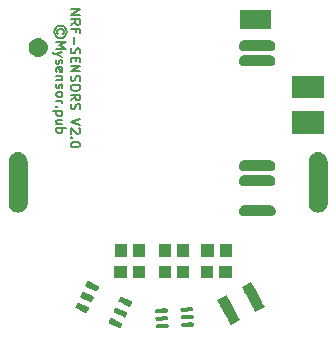
<source format=gbr>
G04 #@! TF.GenerationSoftware,KiCad,Pcbnew,(5.0.2)-1*
G04 #@! TF.CreationDate,2019-07-28T22:47:38+08:00*
G04 #@! TF.ProjectId,I2CS,49324353-2e6b-4696-9361-645f70636258,rev?*
G04 #@! TF.SameCoordinates,Original*
G04 #@! TF.FileFunction,Soldermask,Top*
G04 #@! TF.FilePolarity,Negative*
%FSLAX46Y46*%
G04 Gerber Fmt 4.6, Leading zero omitted, Abs format (unit mm)*
G04 Created by KiCad (PCBNEW (5.0.2)-1) date 2019-07-28 22:47:38*
%MOMM*%
%LPD*%
G01*
G04 APERTURE LIST*
%ADD10C,0.200000*%
%ADD11C,0.100000*%
G04 APERTURE END LIST*
D10*
X125959915Y-94827816D02*
X126759915Y-94827816D01*
X125959915Y-95284959D01*
X126759915Y-95284959D01*
X125959915Y-96123054D02*
X126340867Y-95856387D01*
X125959915Y-95665911D02*
X126759915Y-95665911D01*
X126759915Y-95970673D01*
X126721820Y-96046863D01*
X126683724Y-96084959D01*
X126607534Y-96123054D01*
X126493248Y-96123054D01*
X126417058Y-96084959D01*
X126378962Y-96046863D01*
X126340867Y-95970673D01*
X126340867Y-95665911D01*
X126378962Y-96732578D02*
X126378962Y-96465911D01*
X125959915Y-96465911D02*
X126759915Y-96465911D01*
X126759915Y-96846863D01*
X126264677Y-97151625D02*
X126264677Y-97761149D01*
X125998010Y-98104006D02*
X125959915Y-98218292D01*
X125959915Y-98408768D01*
X125998010Y-98484959D01*
X126036105Y-98523054D01*
X126112296Y-98561149D01*
X126188486Y-98561149D01*
X126264677Y-98523054D01*
X126302772Y-98484959D01*
X126340867Y-98408768D01*
X126378962Y-98256387D01*
X126417058Y-98180197D01*
X126455153Y-98142101D01*
X126531343Y-98104006D01*
X126607534Y-98104006D01*
X126683724Y-98142101D01*
X126721820Y-98180197D01*
X126759915Y-98256387D01*
X126759915Y-98446863D01*
X126721820Y-98561149D01*
X126378962Y-98904006D02*
X126378962Y-99170673D01*
X125959915Y-99284959D02*
X125959915Y-98904006D01*
X126759915Y-98904006D01*
X126759915Y-99284959D01*
X125959915Y-99627816D02*
X126759915Y-99627816D01*
X125959915Y-100084959D01*
X126759915Y-100084959D01*
X125998010Y-100427816D02*
X125959915Y-100542101D01*
X125959915Y-100732578D01*
X125998010Y-100808768D01*
X126036105Y-100846863D01*
X126112296Y-100884959D01*
X126188486Y-100884959D01*
X126264677Y-100846863D01*
X126302772Y-100808768D01*
X126340867Y-100732578D01*
X126378962Y-100580197D01*
X126417058Y-100504006D01*
X126455153Y-100465911D01*
X126531343Y-100427816D01*
X126607534Y-100427816D01*
X126683724Y-100465911D01*
X126721820Y-100504006D01*
X126759915Y-100580197D01*
X126759915Y-100770673D01*
X126721820Y-100884959D01*
X126759915Y-101380197D02*
X126759915Y-101532578D01*
X126721820Y-101608768D01*
X126645629Y-101684959D01*
X126493248Y-101723054D01*
X126226581Y-101723054D01*
X126074200Y-101684959D01*
X125998010Y-101608768D01*
X125959915Y-101532578D01*
X125959915Y-101380197D01*
X125998010Y-101304006D01*
X126074200Y-101227816D01*
X126226581Y-101189720D01*
X126493248Y-101189720D01*
X126645629Y-101227816D01*
X126721820Y-101304006D01*
X126759915Y-101380197D01*
X125959915Y-102523054D02*
X126340867Y-102256387D01*
X125959915Y-102065911D02*
X126759915Y-102065911D01*
X126759915Y-102370673D01*
X126721820Y-102446863D01*
X126683724Y-102484959D01*
X126607534Y-102523054D01*
X126493248Y-102523054D01*
X126417058Y-102484959D01*
X126378962Y-102446863D01*
X126340867Y-102370673D01*
X126340867Y-102065911D01*
X125998010Y-102827816D02*
X125959915Y-102942101D01*
X125959915Y-103132578D01*
X125998010Y-103208768D01*
X126036105Y-103246863D01*
X126112296Y-103284959D01*
X126188486Y-103284959D01*
X126264677Y-103246863D01*
X126302772Y-103208768D01*
X126340867Y-103132578D01*
X126378962Y-102980197D01*
X126417058Y-102904006D01*
X126455153Y-102865911D01*
X126531343Y-102827816D01*
X126607534Y-102827816D01*
X126683724Y-102865911D01*
X126721820Y-102904006D01*
X126759915Y-102980197D01*
X126759915Y-103170673D01*
X126721820Y-103284959D01*
X126759915Y-104123054D02*
X125959915Y-104389720D01*
X126759915Y-104656387D01*
X126683724Y-104884959D02*
X126721820Y-104923054D01*
X126759915Y-104999244D01*
X126759915Y-105189720D01*
X126721820Y-105265911D01*
X126683724Y-105304006D01*
X126607534Y-105342101D01*
X126531343Y-105342101D01*
X126417058Y-105304006D01*
X125959915Y-104846863D01*
X125959915Y-105342101D01*
X126036105Y-105684959D02*
X125998010Y-105723054D01*
X125959915Y-105684959D01*
X125998010Y-105646863D01*
X126036105Y-105684959D01*
X125959915Y-105684959D01*
X126759915Y-106218292D02*
X126759915Y-106294482D01*
X126721820Y-106370673D01*
X126683724Y-106408768D01*
X126607534Y-106446863D01*
X126455153Y-106484959D01*
X126264677Y-106484959D01*
X126112296Y-106446863D01*
X126036105Y-106408768D01*
X125998010Y-106370673D01*
X125959915Y-106294482D01*
X125959915Y-106218292D01*
X125998010Y-106142101D01*
X126036105Y-106104006D01*
X126112296Y-106065911D01*
X126264677Y-106027816D01*
X126455153Y-106027816D01*
X126607534Y-106065911D01*
X126683724Y-106104006D01*
X126721820Y-106142101D01*
X126759915Y-106218292D01*
X125332459Y-96888780D02*
X125370554Y-96812590D01*
X125370554Y-96660209D01*
X125332459Y-96584019D01*
X125256268Y-96507828D01*
X125180078Y-96469733D01*
X125027697Y-96469733D01*
X124951506Y-96507828D01*
X124875316Y-96584019D01*
X124837220Y-96660209D01*
X124837220Y-96812590D01*
X124875316Y-96888780D01*
X125637220Y-96736400D02*
X125599125Y-96545923D01*
X125484840Y-96355447D01*
X125294363Y-96241161D01*
X125103887Y-96203066D01*
X124913411Y-96241161D01*
X124722935Y-96355447D01*
X124608649Y-96545923D01*
X124570554Y-96736400D01*
X124608649Y-96926876D01*
X124722935Y-97117352D01*
X124913411Y-97231638D01*
X125103887Y-97269733D01*
X125294363Y-97231638D01*
X125484840Y-97117352D01*
X125599125Y-96926876D01*
X125637220Y-96736400D01*
X124722935Y-97612590D02*
X125522935Y-97612590D01*
X124951506Y-97879257D01*
X125522935Y-98145923D01*
X124722935Y-98145923D01*
X125256268Y-98450685D02*
X124722935Y-98641161D01*
X125256268Y-98831638D02*
X124722935Y-98641161D01*
X124532459Y-98564971D01*
X124494363Y-98526876D01*
X124456268Y-98450685D01*
X124761030Y-99098304D02*
X124722935Y-99174495D01*
X124722935Y-99326876D01*
X124761030Y-99403066D01*
X124837220Y-99441161D01*
X124875316Y-99441161D01*
X124951506Y-99403066D01*
X124989601Y-99326876D01*
X124989601Y-99212590D01*
X125027697Y-99136400D01*
X125103887Y-99098304D01*
X125141982Y-99098304D01*
X125218173Y-99136400D01*
X125256268Y-99212590D01*
X125256268Y-99326876D01*
X125218173Y-99403066D01*
X124761030Y-100088780D02*
X124722935Y-100012590D01*
X124722935Y-99860209D01*
X124761030Y-99784019D01*
X124837220Y-99745923D01*
X125141982Y-99745923D01*
X125218173Y-99784019D01*
X125256268Y-99860209D01*
X125256268Y-100012590D01*
X125218173Y-100088780D01*
X125141982Y-100126876D01*
X125065792Y-100126876D01*
X124989601Y-99745923D01*
X125256268Y-100469733D02*
X124722935Y-100469733D01*
X125180078Y-100469733D02*
X125218173Y-100507828D01*
X125256268Y-100584019D01*
X125256268Y-100698304D01*
X125218173Y-100774495D01*
X125141982Y-100812590D01*
X124722935Y-100812590D01*
X124761030Y-101155447D02*
X124722935Y-101231638D01*
X124722935Y-101384019D01*
X124761030Y-101460209D01*
X124837220Y-101498304D01*
X124875316Y-101498304D01*
X124951506Y-101460209D01*
X124989601Y-101384019D01*
X124989601Y-101269733D01*
X125027697Y-101193542D01*
X125103887Y-101155447D01*
X125141982Y-101155447D01*
X125218173Y-101193542D01*
X125256268Y-101269733D01*
X125256268Y-101384019D01*
X125218173Y-101460209D01*
X124722935Y-101955447D02*
X124761030Y-101879257D01*
X124799125Y-101841161D01*
X124875316Y-101803066D01*
X125103887Y-101803066D01*
X125180078Y-101841161D01*
X125218173Y-101879257D01*
X125256268Y-101955447D01*
X125256268Y-102069733D01*
X125218173Y-102145923D01*
X125180078Y-102184019D01*
X125103887Y-102222114D01*
X124875316Y-102222114D01*
X124799125Y-102184019D01*
X124761030Y-102145923D01*
X124722935Y-102069733D01*
X124722935Y-101955447D01*
X124722935Y-102564971D02*
X125256268Y-102564971D01*
X125103887Y-102564971D02*
X125180078Y-102603066D01*
X125218173Y-102641161D01*
X125256268Y-102717352D01*
X125256268Y-102793542D01*
X124799125Y-103060209D02*
X124761030Y-103098304D01*
X124722935Y-103060209D01*
X124761030Y-103022114D01*
X124799125Y-103060209D01*
X124722935Y-103060209D01*
X125256268Y-103441161D02*
X124456268Y-103441161D01*
X125218173Y-103441161D02*
X125256268Y-103517352D01*
X125256268Y-103669733D01*
X125218173Y-103745923D01*
X125180078Y-103784019D01*
X125103887Y-103822114D01*
X124875316Y-103822114D01*
X124799125Y-103784019D01*
X124761030Y-103745923D01*
X124722935Y-103669733D01*
X124722935Y-103517352D01*
X124761030Y-103441161D01*
X125256268Y-104507828D02*
X124722935Y-104507828D01*
X125256268Y-104164971D02*
X124837220Y-104164971D01*
X124761030Y-104203066D01*
X124722935Y-104279257D01*
X124722935Y-104393542D01*
X124761030Y-104469733D01*
X124799125Y-104507828D01*
X124722935Y-104888780D02*
X125522935Y-104888780D01*
X125218173Y-104888780D02*
X125256268Y-104964971D01*
X125256268Y-105117352D01*
X125218173Y-105193542D01*
X125180078Y-105231638D01*
X125103887Y-105269733D01*
X124875316Y-105269733D01*
X124799125Y-105231638D01*
X124761030Y-105193542D01*
X124722935Y-105117352D01*
X124722935Y-104964971D01*
X124761030Y-104888780D01*
D11*
G36*
X134116035Y-121444381D02*
X134149692Y-121452694D01*
X134149694Y-121452695D01*
X134181083Y-121467415D01*
X134208993Y-121487974D01*
X134232360Y-121513586D01*
X134250280Y-121543263D01*
X134250281Y-121543265D01*
X134259306Y-121568231D01*
X134262068Y-121575872D01*
X134267266Y-121610142D01*
X134267266Y-121610146D01*
X134265679Y-121644778D01*
X134257365Y-121678435D01*
X134257363Y-121678439D01*
X134242645Y-121709824D01*
X134222085Y-121737737D01*
X134196474Y-121761103D01*
X134166796Y-121779023D01*
X134166794Y-121779024D01*
X134134190Y-121790810D01*
X134134188Y-121790810D01*
X134134186Y-121790811D01*
X134108507Y-121794706D01*
X134108503Y-121794706D01*
X134108498Y-121794707D01*
X133421395Y-121830717D01*
X133342268Y-121834864D01*
X133342267Y-121834864D01*
X133316310Y-121833673D01*
X133282652Y-121825360D01*
X133278586Y-121823453D01*
X133251263Y-121810640D01*
X133223351Y-121790080D01*
X133199984Y-121764468D01*
X133182064Y-121734791D01*
X133177490Y-121722137D01*
X133170277Y-121702185D01*
X133170276Y-121702182D01*
X133165078Y-121667912D01*
X133166666Y-121633277D01*
X133168708Y-121625010D01*
X133174979Y-121599619D01*
X133176162Y-121597096D01*
X133189699Y-121568230D01*
X133210259Y-121540318D01*
X133235871Y-121516951D01*
X133265548Y-121499031D01*
X133265549Y-121499031D01*
X133265550Y-121499030D01*
X133298154Y-121487244D01*
X133323846Y-121483347D01*
X134055374Y-121445009D01*
X134090075Y-121443190D01*
X134090076Y-121443190D01*
X134116035Y-121444381D01*
X134116035Y-121444381D01*
G37*
G36*
X129394384Y-120956255D02*
X129411747Y-120962361D01*
X129462822Y-120986177D01*
X129462823Y-120986178D01*
X130234091Y-121345826D01*
X130234098Y-121345830D01*
X130285169Y-121369645D01*
X130301001Y-121379017D01*
X130310110Y-121387183D01*
X130317452Y-121396971D01*
X130322742Y-121407999D01*
X130325778Y-121419846D01*
X130326445Y-121432059D01*
X130324716Y-121444169D01*
X130318613Y-121461524D01*
X130294798Y-121512595D01*
X130294794Y-121512607D01*
X130188716Y-121740091D01*
X130188712Y-121740097D01*
X130164893Y-121791178D01*
X130155526Y-121807002D01*
X130147358Y-121816113D01*
X130137574Y-121823453D01*
X130126546Y-121828742D01*
X130114697Y-121831779D01*
X130102484Y-121832446D01*
X130090374Y-121830717D01*
X130073011Y-121824611D01*
X130021935Y-121800794D01*
X129250667Y-121441146D01*
X129250660Y-121441142D01*
X129199589Y-121417327D01*
X129183757Y-121407955D01*
X129174648Y-121399789D01*
X129167306Y-121390001D01*
X129162016Y-121378973D01*
X129158980Y-121367126D01*
X129158313Y-121354913D01*
X129160042Y-121342803D01*
X129166145Y-121325448D01*
X129189960Y-121274377D01*
X129189964Y-121274365D01*
X129296042Y-121046881D01*
X129296046Y-121046875D01*
X129319865Y-120995794D01*
X129329232Y-120979970D01*
X129337400Y-120970859D01*
X129347184Y-120963519D01*
X129358212Y-120958230D01*
X129370061Y-120955193D01*
X129382274Y-120954526D01*
X129394384Y-120956255D01*
X129394384Y-120956255D01*
G37*
G36*
X136267003Y-121331654D02*
X136300660Y-121339967D01*
X136300662Y-121339968D01*
X136332051Y-121354688D01*
X136359961Y-121375247D01*
X136383328Y-121400859D01*
X136400087Y-121428613D01*
X136401249Y-121430538D01*
X136410274Y-121455504D01*
X136413036Y-121463145D01*
X136418234Y-121497415D01*
X136418234Y-121497419D01*
X136416647Y-121532051D01*
X136408333Y-121565708D01*
X136408331Y-121565712D01*
X136393613Y-121597097D01*
X136373053Y-121625010D01*
X136347442Y-121648376D01*
X136317764Y-121666296D01*
X136317762Y-121666297D01*
X136285158Y-121678083D01*
X136285156Y-121678083D01*
X136285154Y-121678084D01*
X136259475Y-121681979D01*
X136259471Y-121681979D01*
X136259466Y-121681980D01*
X135562386Y-121718513D01*
X135493236Y-121722137D01*
X135493235Y-121722137D01*
X135467278Y-121720946D01*
X135433620Y-121712633D01*
X135431173Y-121711485D01*
X135402231Y-121697913D01*
X135374319Y-121677353D01*
X135350952Y-121651741D01*
X135333032Y-121622064D01*
X135328724Y-121610146D01*
X135321245Y-121589458D01*
X135321244Y-121589455D01*
X135316046Y-121555185D01*
X135316593Y-121543265D01*
X135317634Y-121520550D01*
X135325947Y-121486892D01*
X135327610Y-121483347D01*
X135340667Y-121455503D01*
X135361227Y-121427591D01*
X135386839Y-121404224D01*
X135416516Y-121386304D01*
X135416517Y-121386304D01*
X135416518Y-121386303D01*
X135449122Y-121374517D01*
X135474814Y-121370620D01*
X136206342Y-121332282D01*
X136241043Y-121330463D01*
X136241044Y-121330463D01*
X136267003Y-121331654D01*
X136267003Y-121331654D01*
G37*
G36*
X139290709Y-119227745D02*
X139448516Y-119524538D01*
X139729260Y-120052541D01*
X139787944Y-120162909D01*
X139996537Y-120555216D01*
X140058829Y-120672370D01*
X140146968Y-120838136D01*
X140305301Y-121135917D01*
X140305301Y-121135918D01*
X139508882Y-121559381D01*
X139438808Y-121427591D01*
X139296681Y-121160289D01*
X139237997Y-121049920D01*
X138957253Y-120521917D01*
X138887785Y-120391266D01*
X138686368Y-120012457D01*
X138627684Y-119902088D01*
X138593413Y-119837633D01*
X138381212Y-119438541D01*
X138381212Y-119438540D01*
X139177631Y-119015077D01*
X139290709Y-119227745D01*
X139290709Y-119227745D01*
G37*
G36*
X134082017Y-120795272D02*
X134115674Y-120803585D01*
X134115676Y-120803586D01*
X134147065Y-120818306D01*
X134174975Y-120838865D01*
X134198342Y-120864477D01*
X134216262Y-120894154D01*
X134216263Y-120894156D01*
X134225288Y-120919122D01*
X134228050Y-120926763D01*
X134233248Y-120961033D01*
X134233248Y-120961037D01*
X134231661Y-120995669D01*
X134223347Y-121029326D01*
X134223345Y-121029330D01*
X134208627Y-121060715D01*
X134188067Y-121088628D01*
X134162456Y-121111994D01*
X134132778Y-121129914D01*
X134132776Y-121129915D01*
X134100172Y-121141701D01*
X134100170Y-121141701D01*
X134100168Y-121141702D01*
X134074489Y-121145597D01*
X134074485Y-121145597D01*
X134074480Y-121145598D01*
X133377400Y-121182131D01*
X133308250Y-121185755D01*
X133308249Y-121185755D01*
X133282292Y-121184564D01*
X133248634Y-121176251D01*
X133246187Y-121175103D01*
X133217245Y-121161531D01*
X133189333Y-121140971D01*
X133165966Y-121115359D01*
X133148046Y-121085682D01*
X133143472Y-121073028D01*
X133136259Y-121053076D01*
X133136258Y-121053073D01*
X133131060Y-121018803D01*
X133132648Y-120984168D01*
X133134695Y-120975881D01*
X133140961Y-120950510D01*
X133142144Y-120947987D01*
X133155681Y-120919121D01*
X133176241Y-120891209D01*
X133201853Y-120867842D01*
X133231530Y-120849922D01*
X133231531Y-120849922D01*
X133231532Y-120849921D01*
X133264136Y-120838135D01*
X133289828Y-120834238D01*
X134021356Y-120795900D01*
X134056057Y-120794081D01*
X134056058Y-120794081D01*
X134082017Y-120795272D01*
X134082017Y-120795272D01*
G37*
G36*
X136232985Y-120682545D02*
X136266642Y-120690858D01*
X136266644Y-120690859D01*
X136298033Y-120705579D01*
X136325943Y-120726138D01*
X136349310Y-120751750D01*
X136367230Y-120781427D01*
X136367231Y-120781429D01*
X136376256Y-120806395D01*
X136379018Y-120814036D01*
X136384216Y-120848306D01*
X136384216Y-120848310D01*
X136382629Y-120882942D01*
X136374315Y-120916599D01*
X136374313Y-120916603D01*
X136359595Y-120947988D01*
X136339035Y-120975901D01*
X136313424Y-120999267D01*
X136283746Y-121017187D01*
X136283744Y-121017188D01*
X136251140Y-121028974D01*
X136251138Y-121028974D01*
X136251136Y-121028975D01*
X136225457Y-121032870D01*
X136225453Y-121032870D01*
X136225448Y-121032871D01*
X135528368Y-121069404D01*
X135459218Y-121073028D01*
X135459217Y-121073028D01*
X135433260Y-121071837D01*
X135399602Y-121063524D01*
X135397155Y-121062376D01*
X135368213Y-121048804D01*
X135340301Y-121028244D01*
X135316934Y-121002632D01*
X135299014Y-120972955D01*
X135294706Y-120961037D01*
X135287227Y-120940349D01*
X135287226Y-120940346D01*
X135282028Y-120906076D01*
X135282575Y-120894156D01*
X135283616Y-120871441D01*
X135291929Y-120837783D01*
X135293805Y-120833783D01*
X135306649Y-120806394D01*
X135327209Y-120778482D01*
X135352821Y-120755115D01*
X135382498Y-120737195D01*
X135382499Y-120737195D01*
X135382500Y-120737194D01*
X135415104Y-120725408D01*
X135440796Y-120721511D01*
X136172324Y-120683173D01*
X136207025Y-120681354D01*
X136207026Y-120681354D01*
X136232985Y-120682545D01*
X136232985Y-120682545D01*
G37*
G36*
X129817002Y-120049947D02*
X129834365Y-120056053D01*
X129885440Y-120079869D01*
X129885441Y-120079870D01*
X130656709Y-120439518D01*
X130656716Y-120439522D01*
X130707787Y-120463337D01*
X130723619Y-120472709D01*
X130732728Y-120480875D01*
X130740070Y-120490663D01*
X130745360Y-120501691D01*
X130748396Y-120513538D01*
X130749063Y-120525751D01*
X130747334Y-120537861D01*
X130741231Y-120555216D01*
X130717416Y-120606287D01*
X130717412Y-120606299D01*
X130611334Y-120833783D01*
X130611330Y-120833789D01*
X130587511Y-120884870D01*
X130578144Y-120900694D01*
X130569976Y-120909805D01*
X130560192Y-120917145D01*
X130549164Y-120922434D01*
X130537315Y-120925471D01*
X130525102Y-120926138D01*
X130512992Y-120924409D01*
X130495629Y-120918303D01*
X130444553Y-120894486D01*
X129673285Y-120534838D01*
X129673278Y-120534834D01*
X129622207Y-120511019D01*
X129606375Y-120501647D01*
X129597266Y-120493481D01*
X129589924Y-120483693D01*
X129584634Y-120472665D01*
X129581598Y-120460818D01*
X129580931Y-120448605D01*
X129582660Y-120436495D01*
X129588763Y-120419140D01*
X129612578Y-120368069D01*
X129612582Y-120368057D01*
X129718660Y-120140573D01*
X129718664Y-120140567D01*
X129742483Y-120089486D01*
X129751850Y-120073662D01*
X129760018Y-120064551D01*
X129769802Y-120057211D01*
X129780830Y-120051922D01*
X129792679Y-120048885D01*
X129804892Y-120048218D01*
X129817002Y-120049947D01*
X129817002Y-120049947D01*
G37*
G36*
X134047998Y-120146163D02*
X134081655Y-120154476D01*
X134081657Y-120154477D01*
X134113046Y-120169197D01*
X134140956Y-120189756D01*
X134164323Y-120215368D01*
X134182243Y-120245045D01*
X134182244Y-120245047D01*
X134191269Y-120270013D01*
X134194031Y-120277654D01*
X134199229Y-120311924D01*
X134199229Y-120311928D01*
X134197642Y-120346560D01*
X134189328Y-120380217D01*
X134189326Y-120380221D01*
X134174608Y-120411606D01*
X134154048Y-120439519D01*
X134128437Y-120462885D01*
X134098759Y-120480805D01*
X134098757Y-120480806D01*
X134066153Y-120492592D01*
X134066151Y-120492592D01*
X134066149Y-120492593D01*
X134040470Y-120496488D01*
X134040466Y-120496488D01*
X134040461Y-120496489D01*
X133343381Y-120533022D01*
X133274231Y-120536646D01*
X133274230Y-120536646D01*
X133248273Y-120535455D01*
X133214615Y-120527142D01*
X133211649Y-120525751D01*
X133183226Y-120512422D01*
X133155314Y-120491862D01*
X133131947Y-120466250D01*
X133114027Y-120436573D01*
X133106017Y-120414414D01*
X133102240Y-120403967D01*
X133102239Y-120403964D01*
X133097041Y-120369694D01*
X133097783Y-120353521D01*
X133098629Y-120335059D01*
X133106942Y-120301401D01*
X133111709Y-120291236D01*
X133121662Y-120270012D01*
X133142222Y-120242100D01*
X133167834Y-120218733D01*
X133197511Y-120200813D01*
X133197512Y-120200813D01*
X133197513Y-120200812D01*
X133230117Y-120189026D01*
X133255809Y-120185129D01*
X133987337Y-120146791D01*
X134022038Y-120144972D01*
X134022039Y-120144972D01*
X134047998Y-120146163D01*
X134047998Y-120146163D01*
G37*
G36*
X126584830Y-119646138D02*
X126602193Y-119652244D01*
X126653268Y-119676060D01*
X126653269Y-119676061D01*
X127424537Y-120035709D01*
X127424544Y-120035713D01*
X127475615Y-120059528D01*
X127491447Y-120068900D01*
X127500556Y-120077066D01*
X127507898Y-120086854D01*
X127513188Y-120097882D01*
X127516224Y-120109729D01*
X127516891Y-120121942D01*
X127515162Y-120134052D01*
X127509059Y-120151407D01*
X127485244Y-120202478D01*
X127485240Y-120202490D01*
X127379162Y-120429974D01*
X127379158Y-120429980D01*
X127355339Y-120481061D01*
X127345972Y-120496885D01*
X127337804Y-120505996D01*
X127328020Y-120513336D01*
X127316992Y-120518625D01*
X127305143Y-120521662D01*
X127292930Y-120522329D01*
X127280820Y-120520600D01*
X127263457Y-120514494D01*
X127212351Y-120490663D01*
X126441113Y-120131029D01*
X126441106Y-120131025D01*
X126390035Y-120107210D01*
X126374203Y-120097838D01*
X126365094Y-120089672D01*
X126357752Y-120079884D01*
X126352462Y-120068856D01*
X126349426Y-120057009D01*
X126348759Y-120044796D01*
X126350488Y-120032686D01*
X126356591Y-120015331D01*
X126380406Y-119964260D01*
X126380410Y-119964248D01*
X126486488Y-119736764D01*
X126486492Y-119736758D01*
X126510311Y-119685677D01*
X126519678Y-119669853D01*
X126527846Y-119660742D01*
X126537630Y-119653402D01*
X126548658Y-119648113D01*
X126560507Y-119645076D01*
X126572720Y-119644409D01*
X126584830Y-119646138D01*
X126584830Y-119646138D01*
G37*
G36*
X141462085Y-118305881D02*
X141523443Y-118421280D01*
X141804187Y-118949283D01*
X141862871Y-119059651D01*
X142053759Y-119418659D01*
X142133756Y-119569112D01*
X142191005Y-119676783D01*
X142380228Y-120032659D01*
X142380228Y-120032660D01*
X141583809Y-120456123D01*
X141575336Y-120440188D01*
X141371608Y-120057031D01*
X141312924Y-119946662D01*
X141032180Y-119418659D01*
X140941768Y-119248618D01*
X140761295Y-118909199D01*
X140702611Y-118798830D01*
X140668340Y-118734375D01*
X140655228Y-118709714D01*
X140536136Y-118485735D01*
X140456139Y-118335283D01*
X140456139Y-118335282D01*
X141252558Y-117911819D01*
X141462085Y-118305881D01*
X141462085Y-118305881D01*
G37*
G36*
X136198966Y-120033435D02*
X136232623Y-120041748D01*
X136232625Y-120041749D01*
X136264014Y-120056469D01*
X136291924Y-120077028D01*
X136315291Y-120102640D01*
X136332433Y-120131029D01*
X136333212Y-120132319D01*
X136342237Y-120157285D01*
X136344999Y-120164926D01*
X136350197Y-120199196D01*
X136350197Y-120199200D01*
X136348610Y-120233832D01*
X136340296Y-120267489D01*
X136340294Y-120267493D01*
X136325576Y-120298878D01*
X136305016Y-120326791D01*
X136279405Y-120350157D01*
X136249760Y-120368057D01*
X136249725Y-120368078D01*
X136217121Y-120379864D01*
X136217119Y-120379864D01*
X136217117Y-120379865D01*
X136191438Y-120383760D01*
X136191434Y-120383760D01*
X136191429Y-120383761D01*
X135516366Y-120419140D01*
X135425199Y-120423918D01*
X135425198Y-120423918D01*
X135399241Y-120422727D01*
X135365583Y-120414414D01*
X135363136Y-120413266D01*
X135334194Y-120399694D01*
X135306282Y-120379134D01*
X135282915Y-120353522D01*
X135264995Y-120323845D01*
X135260686Y-120311924D01*
X135253208Y-120291239D01*
X135253207Y-120291236D01*
X135248009Y-120256966D01*
X135248556Y-120245045D01*
X135249597Y-120222331D01*
X135257910Y-120188673D01*
X135262315Y-120179281D01*
X135272630Y-120157284D01*
X135293190Y-120129372D01*
X135318802Y-120106005D01*
X135348479Y-120088085D01*
X135348480Y-120088085D01*
X135348481Y-120088084D01*
X135381085Y-120076298D01*
X135406777Y-120072401D01*
X136138305Y-120034063D01*
X136173006Y-120032244D01*
X136173007Y-120032244D01*
X136198966Y-120033435D01*
X136198966Y-120033435D01*
G37*
G36*
X130239620Y-119143640D02*
X130256983Y-119149746D01*
X130308058Y-119173562D01*
X130308059Y-119173563D01*
X131079327Y-119533211D01*
X131079334Y-119533215D01*
X131130405Y-119557030D01*
X131146237Y-119566402D01*
X131155346Y-119574568D01*
X131162688Y-119584356D01*
X131167978Y-119595384D01*
X131171014Y-119607231D01*
X131171681Y-119619444D01*
X131169952Y-119631554D01*
X131163849Y-119648909D01*
X131140034Y-119699980D01*
X131140030Y-119699992D01*
X131033952Y-119927476D01*
X131033948Y-119927482D01*
X131010129Y-119978563D01*
X131000762Y-119994387D01*
X130992594Y-120003498D01*
X130982810Y-120010838D01*
X130971782Y-120016127D01*
X130959933Y-120019164D01*
X130947720Y-120019831D01*
X130935610Y-120018102D01*
X130918247Y-120011996D01*
X130867171Y-119988179D01*
X130095903Y-119628531D01*
X130095896Y-119628527D01*
X130044825Y-119604712D01*
X130028993Y-119595340D01*
X130019884Y-119587174D01*
X130012542Y-119577386D01*
X130007252Y-119566358D01*
X130004216Y-119554511D01*
X130003549Y-119542298D01*
X130005278Y-119530188D01*
X130011381Y-119512833D01*
X130035196Y-119461762D01*
X130035200Y-119461750D01*
X130141278Y-119234266D01*
X130141282Y-119234260D01*
X130165101Y-119183179D01*
X130174468Y-119167355D01*
X130182636Y-119158244D01*
X130192420Y-119150904D01*
X130203448Y-119145615D01*
X130215297Y-119142578D01*
X130227510Y-119141911D01*
X130239620Y-119143640D01*
X130239620Y-119143640D01*
G37*
G36*
X127007448Y-118739831D02*
X127024811Y-118745937D01*
X127075886Y-118769753D01*
X127075887Y-118769754D01*
X127847155Y-119129402D01*
X127847162Y-119129406D01*
X127898233Y-119153221D01*
X127914065Y-119162593D01*
X127923174Y-119170759D01*
X127930516Y-119180547D01*
X127935806Y-119191575D01*
X127938842Y-119203422D01*
X127939509Y-119215635D01*
X127937780Y-119227745D01*
X127931677Y-119245100D01*
X127907862Y-119296171D01*
X127907858Y-119296183D01*
X127801780Y-119523667D01*
X127801776Y-119523673D01*
X127777957Y-119574754D01*
X127768590Y-119590578D01*
X127760422Y-119599689D01*
X127750638Y-119607029D01*
X127739610Y-119612318D01*
X127727761Y-119615355D01*
X127715548Y-119616022D01*
X127703438Y-119614293D01*
X127686075Y-119608187D01*
X127634969Y-119584356D01*
X126863731Y-119224722D01*
X126863724Y-119224718D01*
X126812653Y-119200903D01*
X126796821Y-119191531D01*
X126787712Y-119183365D01*
X126780370Y-119173577D01*
X126775080Y-119162549D01*
X126772044Y-119150702D01*
X126771377Y-119138489D01*
X126773106Y-119126379D01*
X126779209Y-119109024D01*
X126803024Y-119057953D01*
X126803028Y-119057941D01*
X126909106Y-118830457D01*
X126909110Y-118830451D01*
X126932929Y-118779370D01*
X126942296Y-118763546D01*
X126950464Y-118754435D01*
X126960248Y-118747095D01*
X126971276Y-118741806D01*
X126983125Y-118738769D01*
X126995338Y-118738102D01*
X127007448Y-118739831D01*
X127007448Y-118739831D01*
G37*
G36*
X127430066Y-117833523D02*
X127447429Y-117839629D01*
X127498504Y-117863445D01*
X127498505Y-117863446D01*
X128269773Y-118223094D01*
X128269780Y-118223098D01*
X128320851Y-118246913D01*
X128336683Y-118256285D01*
X128345792Y-118264451D01*
X128353134Y-118274239D01*
X128358424Y-118285267D01*
X128361460Y-118297114D01*
X128362127Y-118309327D01*
X128360398Y-118321437D01*
X128354295Y-118338792D01*
X128330480Y-118389863D01*
X128330476Y-118389875D01*
X128224398Y-118617359D01*
X128224394Y-118617365D01*
X128200575Y-118668446D01*
X128191208Y-118684270D01*
X128183040Y-118693381D01*
X128173256Y-118700721D01*
X128162228Y-118706010D01*
X128150379Y-118709047D01*
X128138166Y-118709714D01*
X128126056Y-118707985D01*
X128108693Y-118701879D01*
X128043785Y-118671612D01*
X127286349Y-118318414D01*
X127286342Y-118318410D01*
X127235271Y-118294595D01*
X127219439Y-118285223D01*
X127210330Y-118277057D01*
X127202988Y-118267269D01*
X127197698Y-118256241D01*
X127194662Y-118244394D01*
X127193995Y-118232181D01*
X127195724Y-118220071D01*
X127201827Y-118202716D01*
X127225642Y-118151645D01*
X127225646Y-118151633D01*
X127331724Y-117924149D01*
X127331728Y-117924143D01*
X127355547Y-117873062D01*
X127364914Y-117857238D01*
X127373082Y-117848127D01*
X127382866Y-117840787D01*
X127393894Y-117835498D01*
X127405743Y-117832461D01*
X127417956Y-117831794D01*
X127430066Y-117833523D01*
X127430066Y-117833523D01*
G37*
G36*
X132230240Y-117596900D02*
X131198240Y-117596900D01*
X131198240Y-116514900D01*
X132230240Y-116514900D01*
X132230240Y-117596900D01*
X132230240Y-117596900D01*
G37*
G36*
X130690240Y-117596900D02*
X129658240Y-117596900D01*
X129658240Y-116514900D01*
X130690240Y-116514900D01*
X130690240Y-117596900D01*
X130690240Y-117596900D01*
G37*
G36*
X134436740Y-117596900D02*
X133404740Y-117596900D01*
X133404740Y-116514900D01*
X134436740Y-116514900D01*
X134436740Y-117596900D01*
X134436740Y-117596900D01*
G37*
G36*
X135976740Y-117596900D02*
X134944740Y-117596900D01*
X134944740Y-116514900D01*
X135976740Y-116514900D01*
X135976740Y-117596900D01*
X135976740Y-117596900D01*
G37*
G36*
X139586840Y-117594360D02*
X138554840Y-117594360D01*
X138554840Y-116512360D01*
X139586840Y-116512360D01*
X139586840Y-117594360D01*
X139586840Y-117594360D01*
G37*
G36*
X138046840Y-117594360D02*
X137014840Y-117594360D01*
X137014840Y-116512360D01*
X138046840Y-116512360D01*
X138046840Y-117594360D01*
X138046840Y-117594360D01*
G37*
G36*
X139599540Y-115785880D02*
X138567540Y-115785880D01*
X138567540Y-114703880D01*
X139599540Y-114703880D01*
X139599540Y-115785880D01*
X139599540Y-115785880D01*
G37*
G36*
X138059540Y-115785880D02*
X137027540Y-115785880D01*
X137027540Y-114703880D01*
X138059540Y-114703880D01*
X138059540Y-115785880D01*
X138059540Y-115785880D01*
G37*
G36*
X132256400Y-115765560D02*
X131224400Y-115765560D01*
X131224400Y-114683560D01*
X132256400Y-114683560D01*
X132256400Y-115765560D01*
X132256400Y-115765560D01*
G37*
G36*
X130716400Y-115765560D02*
X129684400Y-115765560D01*
X129684400Y-114683560D01*
X130716400Y-114683560D01*
X130716400Y-115765560D01*
X130716400Y-115765560D01*
G37*
G36*
X135981820Y-115763020D02*
X134949820Y-115763020D01*
X134949820Y-114681020D01*
X135981820Y-114681020D01*
X135981820Y-115763020D01*
X135981820Y-115763020D01*
G37*
G36*
X134441820Y-115763020D02*
X133409820Y-115763020D01*
X133409820Y-114681020D01*
X134441820Y-114681020D01*
X134441820Y-115763020D01*
X134441820Y-115763020D01*
G37*
G36*
X142953433Y-111429825D02*
X143028476Y-111452590D01*
X143038445Y-111455614D01*
X143116794Y-111497493D01*
X143185468Y-111553852D01*
X143241827Y-111622526D01*
X143283706Y-111700875D01*
X143283707Y-111700879D01*
X143309495Y-111785887D01*
X143318202Y-111874300D01*
X143309495Y-111962713D01*
X143286730Y-112037756D01*
X143283706Y-112047725D01*
X143241827Y-112126074D01*
X143185468Y-112194748D01*
X143116794Y-112251107D01*
X143038445Y-112292986D01*
X143028476Y-112296010D01*
X142953433Y-112318775D01*
X142887178Y-112325300D01*
X140642862Y-112325300D01*
X140576607Y-112318775D01*
X140501564Y-112296010D01*
X140491595Y-112292986D01*
X140413246Y-112251107D01*
X140344572Y-112194748D01*
X140288213Y-112126074D01*
X140246334Y-112047725D01*
X140243310Y-112037756D01*
X140220545Y-111962713D01*
X140211838Y-111874300D01*
X140220545Y-111785887D01*
X140246333Y-111700879D01*
X140246334Y-111700875D01*
X140288213Y-111622526D01*
X140344572Y-111553852D01*
X140413246Y-111497493D01*
X140491595Y-111455614D01*
X140501564Y-111452590D01*
X140576607Y-111429825D01*
X140642862Y-111423300D01*
X142887178Y-111423300D01*
X142953433Y-111429825D01*
X142953433Y-111429825D01*
G37*
G36*
X121660464Y-106942210D02*
X121811451Y-106988012D01*
X121950601Y-107062388D01*
X122011589Y-107112439D01*
X122072573Y-107162487D01*
X122072574Y-107162489D01*
X122072576Y-107162490D01*
X122172670Y-107284455D01*
X122247048Y-107423608D01*
X122292850Y-107574595D01*
X122304440Y-107692274D01*
X122304440Y-111270966D01*
X122292850Y-111388645D01*
X122247048Y-111539632D01*
X122172670Y-111678785D01*
X122072573Y-111800753D01*
X121950605Y-111900850D01*
X121811452Y-111975228D01*
X121660465Y-112021030D01*
X121503440Y-112036495D01*
X121346416Y-112021030D01*
X121195429Y-111975228D01*
X121056276Y-111900850D01*
X120934308Y-111800753D01*
X120834211Y-111678785D01*
X120759833Y-111539632D01*
X120714031Y-111388645D01*
X120702441Y-111270966D01*
X120702440Y-107692275D01*
X120714030Y-107574596D01*
X120759832Y-107423609D01*
X120834208Y-107284459D01*
X120934305Y-107162490D01*
X120934307Y-107162487D01*
X120934309Y-107162486D01*
X120934310Y-107162484D01*
X121056275Y-107062390D01*
X121195428Y-106988012D01*
X121346415Y-106942210D01*
X121503440Y-106926745D01*
X121660464Y-106942210D01*
X121660464Y-106942210D01*
G37*
G36*
X147060464Y-106942210D02*
X147211451Y-106988012D01*
X147350601Y-107062388D01*
X147411589Y-107112439D01*
X147472573Y-107162487D01*
X147472574Y-107162489D01*
X147472576Y-107162490D01*
X147572670Y-107284455D01*
X147647048Y-107423608D01*
X147692850Y-107574595D01*
X147704440Y-107692274D01*
X147704440Y-111270966D01*
X147692850Y-111388645D01*
X147647048Y-111539632D01*
X147572670Y-111678785D01*
X147472573Y-111800753D01*
X147350605Y-111900850D01*
X147211452Y-111975228D01*
X147060465Y-112021030D01*
X146903440Y-112036495D01*
X146746416Y-112021030D01*
X146595429Y-111975228D01*
X146456276Y-111900850D01*
X146334308Y-111800753D01*
X146234211Y-111678785D01*
X146159833Y-111539632D01*
X146114031Y-111388645D01*
X146102441Y-111270966D01*
X146102440Y-107692275D01*
X146114030Y-107574596D01*
X146159832Y-107423609D01*
X146234208Y-107284459D01*
X146334305Y-107162490D01*
X146334307Y-107162487D01*
X146334309Y-107162486D01*
X146334310Y-107162484D01*
X146456275Y-107062390D01*
X146595428Y-106988012D01*
X146746415Y-106942210D01*
X146903440Y-106926745D01*
X147060464Y-106942210D01*
X147060464Y-106942210D01*
G37*
G36*
X142930573Y-108889825D02*
X143005616Y-108912590D01*
X143015585Y-108915614D01*
X143093934Y-108957493D01*
X143162608Y-109013852D01*
X143218967Y-109082526D01*
X143260846Y-109160875D01*
X143260847Y-109160879D01*
X143286635Y-109245887D01*
X143295342Y-109334300D01*
X143286635Y-109422713D01*
X143263870Y-109497756D01*
X143260846Y-109507725D01*
X143218967Y-109586074D01*
X143162608Y-109654748D01*
X143093934Y-109711107D01*
X143015585Y-109752986D01*
X143005616Y-109756010D01*
X142930573Y-109778775D01*
X142864318Y-109785300D01*
X140620002Y-109785300D01*
X140553747Y-109778775D01*
X140478704Y-109756010D01*
X140468735Y-109752986D01*
X140390386Y-109711107D01*
X140321712Y-109654748D01*
X140265353Y-109586074D01*
X140223474Y-109507725D01*
X140220450Y-109497756D01*
X140197685Y-109422713D01*
X140188978Y-109334300D01*
X140197685Y-109245887D01*
X140223473Y-109160879D01*
X140223474Y-109160875D01*
X140265353Y-109082526D01*
X140321712Y-109013852D01*
X140390386Y-108957493D01*
X140468735Y-108915614D01*
X140478704Y-108912590D01*
X140553747Y-108889825D01*
X140620002Y-108883300D01*
X142864318Y-108883300D01*
X142930573Y-108889825D01*
X142930573Y-108889825D01*
G37*
G36*
X142930573Y-107619825D02*
X143005616Y-107642590D01*
X143015585Y-107645614D01*
X143093934Y-107687493D01*
X143162608Y-107743852D01*
X143218967Y-107812526D01*
X143260846Y-107890875D01*
X143260847Y-107890879D01*
X143286635Y-107975887D01*
X143295342Y-108064300D01*
X143286635Y-108152713D01*
X143263870Y-108227756D01*
X143260846Y-108237725D01*
X143218967Y-108316074D01*
X143162608Y-108384748D01*
X143093934Y-108441107D01*
X143015585Y-108482986D01*
X143005616Y-108486010D01*
X142930573Y-108508775D01*
X142864318Y-108515300D01*
X140620002Y-108515300D01*
X140553747Y-108508775D01*
X140478704Y-108486010D01*
X140468735Y-108482986D01*
X140390386Y-108441107D01*
X140321712Y-108384748D01*
X140265353Y-108316074D01*
X140223474Y-108237725D01*
X140220450Y-108227756D01*
X140197685Y-108152713D01*
X140188978Y-108064300D01*
X140197685Y-107975887D01*
X140223473Y-107890879D01*
X140223474Y-107890875D01*
X140265353Y-107812526D01*
X140321712Y-107743852D01*
X140390386Y-107687493D01*
X140468735Y-107645614D01*
X140478704Y-107642590D01*
X140553747Y-107619825D01*
X140620002Y-107613300D01*
X142864318Y-107613300D01*
X142930573Y-107619825D01*
X142930573Y-107619825D01*
G37*
G36*
X147365441Y-105336240D02*
X144663441Y-105336240D01*
X144663441Y-103434240D01*
X147365441Y-103434240D01*
X147365441Y-105336240D01*
X147365441Y-105336240D01*
G37*
G36*
X147365439Y-102336240D02*
X144663439Y-102336240D01*
X144663439Y-100434240D01*
X147365439Y-100434240D01*
X147365439Y-102336240D01*
X147365439Y-102336240D01*
G37*
G36*
X142930573Y-98729825D02*
X143005616Y-98752590D01*
X143015585Y-98755614D01*
X143093934Y-98797493D01*
X143162608Y-98853852D01*
X143218967Y-98922526D01*
X143260846Y-99000875D01*
X143260847Y-99000879D01*
X143286635Y-99085887D01*
X143295342Y-99174300D01*
X143286635Y-99262713D01*
X143263870Y-99337756D01*
X143260846Y-99347725D01*
X143218967Y-99426074D01*
X143162608Y-99494748D01*
X143093934Y-99551107D01*
X143015585Y-99592986D01*
X143005616Y-99596010D01*
X142930573Y-99618775D01*
X142864318Y-99625300D01*
X140620002Y-99625300D01*
X140553747Y-99618775D01*
X140478704Y-99596010D01*
X140468735Y-99592986D01*
X140390386Y-99551107D01*
X140321712Y-99494748D01*
X140265353Y-99426074D01*
X140223474Y-99347725D01*
X140220450Y-99337756D01*
X140197685Y-99262713D01*
X140188978Y-99174300D01*
X140197685Y-99085887D01*
X140223473Y-99000879D01*
X140223474Y-99000875D01*
X140265353Y-98922526D01*
X140321712Y-98853852D01*
X140390386Y-98797493D01*
X140468735Y-98755614D01*
X140478704Y-98752590D01*
X140553747Y-98729825D01*
X140620002Y-98723300D01*
X142864318Y-98723300D01*
X142930573Y-98729825D01*
X142930573Y-98729825D01*
G37*
G36*
X123364805Y-97262210D02*
X123515792Y-97308012D01*
X123654945Y-97382390D01*
X123776913Y-97482487D01*
X123877010Y-97604455D01*
X123951388Y-97743608D01*
X123997190Y-97894595D01*
X124012655Y-98051620D01*
X123997190Y-98208645D01*
X123951388Y-98359632D01*
X123877010Y-98498785D01*
X123776913Y-98620753D01*
X123654945Y-98720850D01*
X123515792Y-98795228D01*
X123364805Y-98841030D01*
X123247126Y-98852620D01*
X123168434Y-98852620D01*
X123050755Y-98841030D01*
X122899768Y-98795228D01*
X122760615Y-98720850D01*
X122638647Y-98620753D01*
X122538550Y-98498785D01*
X122464172Y-98359632D01*
X122418370Y-98208645D01*
X122402905Y-98051620D01*
X122418370Y-97894595D01*
X122464172Y-97743608D01*
X122538550Y-97604455D01*
X122638647Y-97482487D01*
X122760615Y-97382390D01*
X122899768Y-97308012D01*
X123050755Y-97262210D01*
X123168434Y-97250620D01*
X123247126Y-97250620D01*
X123364805Y-97262210D01*
X123364805Y-97262210D01*
G37*
G36*
X142930573Y-97459825D02*
X143005276Y-97482487D01*
X143015585Y-97485614D01*
X143093934Y-97527493D01*
X143162608Y-97583852D01*
X143218967Y-97652526D01*
X143260846Y-97730875D01*
X143260847Y-97730879D01*
X143286635Y-97815887D01*
X143295342Y-97904300D01*
X143286635Y-97992713D01*
X143268765Y-98051620D01*
X143260846Y-98077725D01*
X143218967Y-98156074D01*
X143162608Y-98224748D01*
X143093934Y-98281107D01*
X143015585Y-98322986D01*
X143005616Y-98326010D01*
X142930573Y-98348775D01*
X142864318Y-98355300D01*
X140620002Y-98355300D01*
X140553747Y-98348775D01*
X140478704Y-98326010D01*
X140468735Y-98322986D01*
X140390386Y-98281107D01*
X140321712Y-98224748D01*
X140265353Y-98156074D01*
X140223474Y-98077725D01*
X140215555Y-98051620D01*
X140197685Y-97992713D01*
X140188978Y-97904300D01*
X140197685Y-97815887D01*
X140223473Y-97730879D01*
X140223474Y-97730875D01*
X140265353Y-97652526D01*
X140321712Y-97583852D01*
X140390386Y-97527493D01*
X140468735Y-97485614D01*
X140479044Y-97482487D01*
X140553747Y-97459825D01*
X140620002Y-97453300D01*
X142864318Y-97453300D01*
X142930573Y-97459825D01*
X142930573Y-97459825D01*
G37*
G36*
X142893300Y-96480260D02*
X140291300Y-96480260D01*
X140291300Y-94878260D01*
X142893300Y-94878260D01*
X142893300Y-96480260D01*
X142893300Y-96480260D01*
G37*
M02*

</source>
